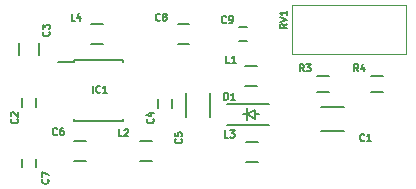
<source format=gto>
G04 #@! TF.FileFunction,Legend,Top*
%FSLAX46Y46*%
G04 Gerber Fmt 4.6, Leading zero omitted, Abs format (unit mm)*
G04 Created by KiCad (PCBNEW 4.0.4-1.fc24-product) date Fri Jan 12 11:43:54 2018*
%MOMM*%
%LPD*%
G01*
G04 APERTURE LIST*
%ADD10C,0.100000*%
%ADD11C,0.150000*%
%ADD12C,0.120000*%
G04 APERTURE END LIST*
D10*
D11*
X178700000Y-60625000D02*
X180700000Y-60625000D01*
X180700000Y-58575000D02*
X178700000Y-58575000D01*
X154600000Y-57850000D02*
X154600000Y-58550000D01*
X153400000Y-58550000D02*
X153400000Y-57850000D01*
X153150000Y-53200000D02*
X153150000Y-54200000D01*
X154850000Y-54200000D02*
X154850000Y-53200000D01*
X166100000Y-57950000D02*
X166100000Y-58650000D01*
X164900000Y-58650000D02*
X164900000Y-57950000D01*
X169325000Y-59400000D02*
X169325000Y-57400000D01*
X167275000Y-57400000D02*
X167275000Y-59400000D01*
X158800000Y-61450000D02*
X157800000Y-61450000D01*
X157800000Y-63150000D02*
X158800000Y-63150000D01*
X154600000Y-62950000D02*
X154600000Y-63650000D01*
X153400000Y-63650000D02*
X153400000Y-62950000D01*
X166600000Y-53250000D02*
X167600000Y-53250000D01*
X167600000Y-51550000D02*
X166600000Y-51550000D01*
X171750000Y-51800000D02*
X172450000Y-51800000D01*
X172450000Y-53000000D02*
X171750000Y-53000000D01*
X157825000Y-54625000D02*
X157825000Y-54770000D01*
X161975000Y-54625000D02*
X161975000Y-54770000D01*
X161975000Y-59775000D02*
X161975000Y-59630000D01*
X157825000Y-59775000D02*
X157825000Y-59630000D01*
X157825000Y-54625000D02*
X161975000Y-54625000D01*
X157825000Y-59775000D02*
X161975000Y-59775000D01*
X157825000Y-54770000D02*
X156425000Y-54770000D01*
X173300000Y-55150000D02*
X172300000Y-55150000D01*
X172300000Y-56850000D02*
X173300000Y-56850000D01*
X163400000Y-63150000D02*
X164400000Y-63150000D01*
X164400000Y-61450000D02*
X163400000Y-61450000D01*
X173400000Y-61550000D02*
X172400000Y-61550000D01*
X172400000Y-63250000D02*
X173400000Y-63250000D01*
X179400000Y-57275000D02*
X178400000Y-57275000D01*
X178400000Y-55925000D02*
X179400000Y-55925000D01*
X184000000Y-57275000D02*
X183000000Y-57275000D01*
X183000000Y-55925000D02*
X184000000Y-55925000D01*
X173117500Y-59200000D02*
X173498500Y-59200000D01*
X172101500Y-59200000D02*
X172482500Y-59200000D01*
X172482500Y-59200000D02*
X173117500Y-58819000D01*
X173117500Y-58819000D02*
X173117500Y-59581000D01*
X173117500Y-59581000D02*
X172482500Y-59200000D01*
X172482500Y-58692000D02*
X172482500Y-59708000D01*
X170800000Y-60100000D02*
X174340000Y-60100000D01*
X170800000Y-58300000D02*
X174340000Y-58300000D01*
X160300000Y-51550000D02*
X159300000Y-51550000D01*
X159300000Y-53250000D02*
X160300000Y-53250000D01*
D12*
X176290000Y-54110000D02*
X176290000Y-49940000D01*
X185910000Y-54110000D02*
X185910000Y-49940000D01*
X176290000Y-54110000D02*
X185910000Y-54110000D01*
X176290000Y-49940000D02*
X185910000Y-49940000D01*
D11*
X182400000Y-61414286D02*
X182371429Y-61442857D01*
X182285715Y-61471429D01*
X182228572Y-61471429D01*
X182142857Y-61442857D01*
X182085715Y-61385714D01*
X182057143Y-61328571D01*
X182028572Y-61214286D01*
X182028572Y-61128571D01*
X182057143Y-61014286D01*
X182085715Y-60957143D01*
X182142857Y-60900000D01*
X182228572Y-60871429D01*
X182285715Y-60871429D01*
X182371429Y-60900000D01*
X182400000Y-60928571D01*
X182971429Y-61471429D02*
X182628572Y-61471429D01*
X182800000Y-61471429D02*
X182800000Y-60871429D01*
X182742857Y-60957143D01*
X182685715Y-61014286D01*
X182628572Y-61042857D01*
X153014286Y-59600000D02*
X153042857Y-59628571D01*
X153071429Y-59714285D01*
X153071429Y-59771428D01*
X153042857Y-59857143D01*
X152985714Y-59914285D01*
X152928571Y-59942857D01*
X152814286Y-59971428D01*
X152728571Y-59971428D01*
X152614286Y-59942857D01*
X152557143Y-59914285D01*
X152500000Y-59857143D01*
X152471429Y-59771428D01*
X152471429Y-59714285D01*
X152500000Y-59628571D01*
X152528571Y-59600000D01*
X152528571Y-59371428D02*
X152500000Y-59342857D01*
X152471429Y-59285714D01*
X152471429Y-59142857D01*
X152500000Y-59085714D01*
X152528571Y-59057143D01*
X152585714Y-59028571D01*
X152642857Y-59028571D01*
X152728571Y-59057143D01*
X153071429Y-59400000D01*
X153071429Y-59028571D01*
X155714286Y-52200000D02*
X155742857Y-52228571D01*
X155771429Y-52314285D01*
X155771429Y-52371428D01*
X155742857Y-52457143D01*
X155685714Y-52514285D01*
X155628571Y-52542857D01*
X155514286Y-52571428D01*
X155428571Y-52571428D01*
X155314286Y-52542857D01*
X155257143Y-52514285D01*
X155200000Y-52457143D01*
X155171429Y-52371428D01*
X155171429Y-52314285D01*
X155200000Y-52228571D01*
X155228571Y-52200000D01*
X155171429Y-52000000D02*
X155171429Y-51628571D01*
X155400000Y-51828571D01*
X155400000Y-51742857D01*
X155428571Y-51685714D01*
X155457143Y-51657143D01*
X155514286Y-51628571D01*
X155657143Y-51628571D01*
X155714286Y-51657143D01*
X155742857Y-51685714D01*
X155771429Y-51742857D01*
X155771429Y-51914285D01*
X155742857Y-51971428D01*
X155714286Y-52000000D01*
X164514286Y-59600000D02*
X164542857Y-59628571D01*
X164571429Y-59714285D01*
X164571429Y-59771428D01*
X164542857Y-59857143D01*
X164485714Y-59914285D01*
X164428571Y-59942857D01*
X164314286Y-59971428D01*
X164228571Y-59971428D01*
X164114286Y-59942857D01*
X164057143Y-59914285D01*
X164000000Y-59857143D01*
X163971429Y-59771428D01*
X163971429Y-59714285D01*
X164000000Y-59628571D01*
X164028571Y-59600000D01*
X164171429Y-59085714D02*
X164571429Y-59085714D01*
X163942857Y-59228571D02*
X164371429Y-59371428D01*
X164371429Y-59000000D01*
X166914286Y-61300000D02*
X166942857Y-61328571D01*
X166971429Y-61414285D01*
X166971429Y-61471428D01*
X166942857Y-61557143D01*
X166885714Y-61614285D01*
X166828571Y-61642857D01*
X166714286Y-61671428D01*
X166628571Y-61671428D01*
X166514286Y-61642857D01*
X166457143Y-61614285D01*
X166400000Y-61557143D01*
X166371429Y-61471428D01*
X166371429Y-61414285D01*
X166400000Y-61328571D01*
X166428571Y-61300000D01*
X166371429Y-60757143D02*
X166371429Y-61042857D01*
X166657143Y-61071428D01*
X166628571Y-61042857D01*
X166600000Y-60985714D01*
X166600000Y-60842857D01*
X166628571Y-60785714D01*
X166657143Y-60757143D01*
X166714286Y-60728571D01*
X166857143Y-60728571D01*
X166914286Y-60757143D01*
X166942857Y-60785714D01*
X166971429Y-60842857D01*
X166971429Y-60985714D01*
X166942857Y-61042857D01*
X166914286Y-61071428D01*
X156400000Y-60914286D02*
X156371429Y-60942857D01*
X156285715Y-60971429D01*
X156228572Y-60971429D01*
X156142857Y-60942857D01*
X156085715Y-60885714D01*
X156057143Y-60828571D01*
X156028572Y-60714286D01*
X156028572Y-60628571D01*
X156057143Y-60514286D01*
X156085715Y-60457143D01*
X156142857Y-60400000D01*
X156228572Y-60371429D01*
X156285715Y-60371429D01*
X156371429Y-60400000D01*
X156400000Y-60428571D01*
X156914286Y-60371429D02*
X156800000Y-60371429D01*
X156742857Y-60400000D01*
X156714286Y-60428571D01*
X156657143Y-60514286D01*
X156628572Y-60628571D01*
X156628572Y-60857143D01*
X156657143Y-60914286D01*
X156685715Y-60942857D01*
X156742857Y-60971429D01*
X156857143Y-60971429D01*
X156914286Y-60942857D01*
X156942857Y-60914286D01*
X156971429Y-60857143D01*
X156971429Y-60714286D01*
X156942857Y-60657143D01*
X156914286Y-60628571D01*
X156857143Y-60600000D01*
X156742857Y-60600000D01*
X156685715Y-60628571D01*
X156657143Y-60657143D01*
X156628572Y-60714286D01*
X155614286Y-64700000D02*
X155642857Y-64728571D01*
X155671429Y-64814285D01*
X155671429Y-64871428D01*
X155642857Y-64957143D01*
X155585714Y-65014285D01*
X155528571Y-65042857D01*
X155414286Y-65071428D01*
X155328571Y-65071428D01*
X155214286Y-65042857D01*
X155157143Y-65014285D01*
X155100000Y-64957143D01*
X155071429Y-64871428D01*
X155071429Y-64814285D01*
X155100000Y-64728571D01*
X155128571Y-64700000D01*
X155071429Y-64500000D02*
X155071429Y-64100000D01*
X155671429Y-64357143D01*
X165100000Y-51214286D02*
X165071429Y-51242857D01*
X164985715Y-51271429D01*
X164928572Y-51271429D01*
X164842857Y-51242857D01*
X164785715Y-51185714D01*
X164757143Y-51128571D01*
X164728572Y-51014286D01*
X164728572Y-50928571D01*
X164757143Y-50814286D01*
X164785715Y-50757143D01*
X164842857Y-50700000D01*
X164928572Y-50671429D01*
X164985715Y-50671429D01*
X165071429Y-50700000D01*
X165100000Y-50728571D01*
X165442857Y-50928571D02*
X165385715Y-50900000D01*
X165357143Y-50871429D01*
X165328572Y-50814286D01*
X165328572Y-50785714D01*
X165357143Y-50728571D01*
X165385715Y-50700000D01*
X165442857Y-50671429D01*
X165557143Y-50671429D01*
X165614286Y-50700000D01*
X165642857Y-50728571D01*
X165671429Y-50785714D01*
X165671429Y-50814286D01*
X165642857Y-50871429D01*
X165614286Y-50900000D01*
X165557143Y-50928571D01*
X165442857Y-50928571D01*
X165385715Y-50957143D01*
X165357143Y-50985714D01*
X165328572Y-51042857D01*
X165328572Y-51157143D01*
X165357143Y-51214286D01*
X165385715Y-51242857D01*
X165442857Y-51271429D01*
X165557143Y-51271429D01*
X165614286Y-51242857D01*
X165642857Y-51214286D01*
X165671429Y-51157143D01*
X165671429Y-51042857D01*
X165642857Y-50985714D01*
X165614286Y-50957143D01*
X165557143Y-50928571D01*
X170700000Y-51414286D02*
X170671429Y-51442857D01*
X170585715Y-51471429D01*
X170528572Y-51471429D01*
X170442857Y-51442857D01*
X170385715Y-51385714D01*
X170357143Y-51328571D01*
X170328572Y-51214286D01*
X170328572Y-51128571D01*
X170357143Y-51014286D01*
X170385715Y-50957143D01*
X170442857Y-50900000D01*
X170528572Y-50871429D01*
X170585715Y-50871429D01*
X170671429Y-50900000D01*
X170700000Y-50928571D01*
X170985715Y-51471429D02*
X171100000Y-51471429D01*
X171157143Y-51442857D01*
X171185715Y-51414286D01*
X171242857Y-51328571D01*
X171271429Y-51214286D01*
X171271429Y-50985714D01*
X171242857Y-50928571D01*
X171214286Y-50900000D01*
X171157143Y-50871429D01*
X171042857Y-50871429D01*
X170985715Y-50900000D01*
X170957143Y-50928571D01*
X170928572Y-50985714D01*
X170928572Y-51128571D01*
X170957143Y-51185714D01*
X170985715Y-51214286D01*
X171042857Y-51242857D01*
X171157143Y-51242857D01*
X171214286Y-51214286D01*
X171242857Y-51185714D01*
X171271429Y-51128571D01*
X159414286Y-57371429D02*
X159414286Y-56771429D01*
X160042857Y-57314286D02*
X160014286Y-57342857D01*
X159928572Y-57371429D01*
X159871429Y-57371429D01*
X159785714Y-57342857D01*
X159728572Y-57285714D01*
X159700000Y-57228571D01*
X159671429Y-57114286D01*
X159671429Y-57028571D01*
X159700000Y-56914286D01*
X159728572Y-56857143D01*
X159785714Y-56800000D01*
X159871429Y-56771429D01*
X159928572Y-56771429D01*
X160014286Y-56800000D01*
X160042857Y-56828571D01*
X160614286Y-57371429D02*
X160271429Y-57371429D01*
X160442857Y-57371429D02*
X160442857Y-56771429D01*
X160385714Y-56857143D01*
X160328572Y-56914286D01*
X160271429Y-56942857D01*
X171000000Y-54871429D02*
X170714286Y-54871429D01*
X170714286Y-54271429D01*
X171514286Y-54871429D02*
X171171429Y-54871429D01*
X171342857Y-54871429D02*
X171342857Y-54271429D01*
X171285714Y-54357143D01*
X171228572Y-54414286D01*
X171171429Y-54442857D01*
X161900000Y-61071429D02*
X161614286Y-61071429D01*
X161614286Y-60471429D01*
X162071429Y-60528571D02*
X162100000Y-60500000D01*
X162157143Y-60471429D01*
X162300000Y-60471429D01*
X162357143Y-60500000D01*
X162385714Y-60528571D01*
X162414286Y-60585714D01*
X162414286Y-60642857D01*
X162385714Y-60728571D01*
X162042857Y-61071429D01*
X162414286Y-61071429D01*
X170900000Y-61171429D02*
X170614286Y-61171429D01*
X170614286Y-60571429D01*
X171042857Y-60571429D02*
X171414286Y-60571429D01*
X171214286Y-60800000D01*
X171300000Y-60800000D01*
X171357143Y-60828571D01*
X171385714Y-60857143D01*
X171414286Y-60914286D01*
X171414286Y-61057143D01*
X171385714Y-61114286D01*
X171357143Y-61142857D01*
X171300000Y-61171429D01*
X171128572Y-61171429D01*
X171071429Y-61142857D01*
X171042857Y-61114286D01*
X177300000Y-55571429D02*
X177100000Y-55285714D01*
X176957143Y-55571429D02*
X176957143Y-54971429D01*
X177185715Y-54971429D01*
X177242857Y-55000000D01*
X177271429Y-55028571D01*
X177300000Y-55085714D01*
X177300000Y-55171429D01*
X177271429Y-55228571D01*
X177242857Y-55257143D01*
X177185715Y-55285714D01*
X176957143Y-55285714D01*
X177500000Y-54971429D02*
X177871429Y-54971429D01*
X177671429Y-55200000D01*
X177757143Y-55200000D01*
X177814286Y-55228571D01*
X177842857Y-55257143D01*
X177871429Y-55314286D01*
X177871429Y-55457143D01*
X177842857Y-55514286D01*
X177814286Y-55542857D01*
X177757143Y-55571429D01*
X177585715Y-55571429D01*
X177528572Y-55542857D01*
X177500000Y-55514286D01*
X181900000Y-55571429D02*
X181700000Y-55285714D01*
X181557143Y-55571429D02*
X181557143Y-54971429D01*
X181785715Y-54971429D01*
X181842857Y-55000000D01*
X181871429Y-55028571D01*
X181900000Y-55085714D01*
X181900000Y-55171429D01*
X181871429Y-55228571D01*
X181842857Y-55257143D01*
X181785715Y-55285714D01*
X181557143Y-55285714D01*
X182414286Y-55171429D02*
X182414286Y-55571429D01*
X182271429Y-54942857D02*
X182128572Y-55371429D01*
X182500000Y-55371429D01*
X170557143Y-57971429D02*
X170557143Y-57371429D01*
X170700000Y-57371429D01*
X170785715Y-57400000D01*
X170842857Y-57457143D01*
X170871429Y-57514286D01*
X170900000Y-57628571D01*
X170900000Y-57714286D01*
X170871429Y-57828571D01*
X170842857Y-57885714D01*
X170785715Y-57942857D01*
X170700000Y-57971429D01*
X170557143Y-57971429D01*
X171471429Y-57971429D02*
X171128572Y-57971429D01*
X171300000Y-57971429D02*
X171300000Y-57371429D01*
X171242857Y-57457143D01*
X171185715Y-57514286D01*
X171128572Y-57542857D01*
X157900000Y-51271429D02*
X157614286Y-51271429D01*
X157614286Y-50671429D01*
X158357143Y-50871429D02*
X158357143Y-51271429D01*
X158214286Y-50642857D02*
X158071429Y-51071429D01*
X158442857Y-51071429D01*
X175871429Y-51557143D02*
X175585714Y-51757143D01*
X175871429Y-51900000D02*
X175271429Y-51900000D01*
X175271429Y-51671428D01*
X175300000Y-51614286D01*
X175328571Y-51585714D01*
X175385714Y-51557143D01*
X175471429Y-51557143D01*
X175528571Y-51585714D01*
X175557143Y-51614286D01*
X175585714Y-51671428D01*
X175585714Y-51900000D01*
X175271429Y-51385714D02*
X175871429Y-51185714D01*
X175271429Y-50985714D01*
X175871429Y-50471428D02*
X175871429Y-50814285D01*
X175871429Y-50642857D02*
X175271429Y-50642857D01*
X175357143Y-50700000D01*
X175414286Y-50757142D01*
X175442857Y-50814285D01*
M02*

</source>
